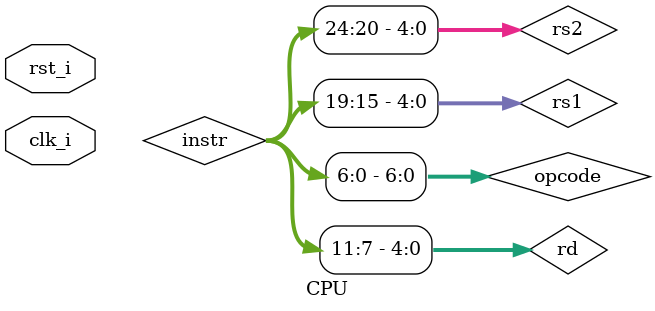
<source format=v>
module CPU
(
    clk_i, 
    rst_i,
);

// Ports
input               clk_i;
input               rst_i;

wire [31:0] pc_i, pc_o, instr, imm_ext, read_data1, read_data2, alu_result;
wire [4:0] rs1, rs2, rd;
wire [2:0] func3;
wire [6:0] opcode, func7;
wire alu_src, reg_write, alu_op;
wire [3:0] alu_ctrl;
wire [31:0] mux_out;

PC PC(
    .clk_i(clk_i),
    .rst_i(rst_i),
    .pc_i(pc_i),
    .pc_o(pc_o)
);

Instruction_Memory Instruction_Memory(
    .addr_i(pc_o), 
    .instr_o(instr)
);

assign opcode = instr[6:0];
assign rd = instr[11:7];
assign func3 = instr[14:12];
assign rs1 = instr[19:15];
assign rs2 = instr[24:20];
assign func7 = instr[31:25];


Control Control(
    .opcode_i(opcode),
    .alu_op_o(alu_op),
    .alu_src_o(alu_src),
    .reg_write_o(reg_write)
);


Registers Registers(
    .rst_i(rst_i),
    .clk_i(clk_i),
    .RS1addr_i(rs1),
    .RS2addr_i(rs2),
    .RDaddr_i(rd), 
    .RDdata_i(alu_result),
    .RegWrite_i(reg_write), 
    .RS1data_o(read_data1), 
    .RS2data_o(read_data2) 
);

Sign_Extend Sign_Extend(
    .instr_i(instr[31:20]),
    .data_o(imm_ext)
);


Adder Add_PC(
    .data0_i(pc_o),
    .data1_i(32'd4),
    .result_o(pc_i)
);


MUX32 MUX_ALUSrc(
    .data0_i(read_data2),
    .data1_i(imm_ext),
    .select_i(alu_src),
    .data_o(mux_out)
);

ALU_Control ALU_Control(
    .alu_op_i(alu_op),
    .func3_i(func3),
    .func7_i(func7),
    .alu_ctrl_o(alu_ctrl)

);

ALU ALU(
    .operand1_i(read_data1), 
    .operand2_i(mux_out),
    .alu_ctrl_i(alu_ctrl),
    .result_o(alu_result)
);


endmodule


</source>
